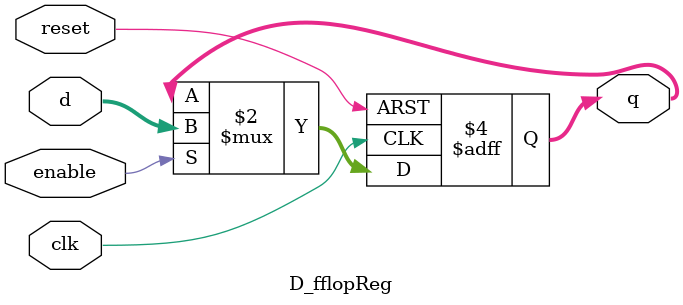
<source format=sv>
module D_fflopReg #(parameter WIDTH = 8)
					(input logic clk, reset, enable,
					input logic [WIDTH-1:0] d,
					output logic [WIDTH-1:0] q);
	always_ff @(posedge clk, posedge reset)
		if (reset) q <= 0;
		else if (enable) q <= d;
endmodule
</source>
